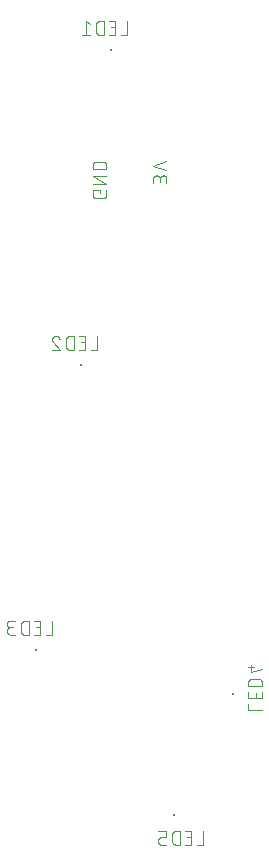
<source format=gbr>
G04 EAGLE Gerber RS-274X export*
G75*
%MOMM*%
%FSLAX34Y34*%
%LPD*%
%INSilkscreen Bottom*%
%IPPOS*%
%AMOC8*
5,1,8,0,0,1.08239X$1,22.5*%
G01*
%ADD10C,0.101600*%
%ADD11R,0.200000X0.200000*%


D10*
X516508Y725808D02*
X516508Y729054D01*
X516510Y729167D01*
X516516Y729280D01*
X516526Y729393D01*
X516540Y729506D01*
X516557Y729618D01*
X516579Y729729D01*
X516604Y729839D01*
X516634Y729949D01*
X516667Y730057D01*
X516704Y730164D01*
X516744Y730270D01*
X516789Y730374D01*
X516837Y730477D01*
X516888Y730578D01*
X516943Y730677D01*
X517001Y730774D01*
X517063Y730869D01*
X517128Y730962D01*
X517196Y731052D01*
X517267Y731140D01*
X517342Y731226D01*
X517419Y731309D01*
X517499Y731389D01*
X517582Y731466D01*
X517668Y731541D01*
X517756Y731612D01*
X517846Y731680D01*
X517939Y731745D01*
X518034Y731807D01*
X518131Y731865D01*
X518230Y731920D01*
X518331Y731971D01*
X518434Y732019D01*
X518538Y732064D01*
X518644Y732104D01*
X518751Y732141D01*
X518859Y732174D01*
X518969Y732204D01*
X519079Y732229D01*
X519190Y732251D01*
X519302Y732268D01*
X519415Y732282D01*
X519528Y732292D01*
X519641Y732298D01*
X519754Y732300D01*
X519867Y732298D01*
X519980Y732292D01*
X520093Y732282D01*
X520206Y732268D01*
X520318Y732251D01*
X520429Y732229D01*
X520539Y732204D01*
X520649Y732174D01*
X520757Y732141D01*
X520864Y732104D01*
X520970Y732064D01*
X521074Y732019D01*
X521177Y731971D01*
X521278Y731920D01*
X521377Y731865D01*
X521474Y731807D01*
X521569Y731745D01*
X521662Y731680D01*
X521752Y731612D01*
X521840Y731541D01*
X521926Y731466D01*
X522009Y731389D01*
X522089Y731309D01*
X522166Y731226D01*
X522241Y731140D01*
X522312Y731052D01*
X522380Y730962D01*
X522445Y730869D01*
X522507Y730774D01*
X522565Y730677D01*
X522620Y730578D01*
X522671Y730477D01*
X522719Y730374D01*
X522764Y730270D01*
X522804Y730164D01*
X522841Y730057D01*
X522874Y729949D01*
X522904Y729839D01*
X522929Y729729D01*
X522951Y729618D01*
X522968Y729506D01*
X522982Y729393D01*
X522992Y729280D01*
X522998Y729167D01*
X523000Y729054D01*
X528192Y729703D02*
X528192Y725808D01*
X528192Y729703D02*
X528190Y729804D01*
X528184Y729904D01*
X528174Y730004D01*
X528161Y730104D01*
X528143Y730203D01*
X528122Y730302D01*
X528097Y730399D01*
X528068Y730496D01*
X528035Y730591D01*
X527999Y730685D01*
X527959Y730777D01*
X527916Y730868D01*
X527869Y730957D01*
X527819Y731044D01*
X527765Y731130D01*
X527708Y731213D01*
X527648Y731293D01*
X527585Y731372D01*
X527518Y731448D01*
X527449Y731521D01*
X527377Y731591D01*
X527303Y731659D01*
X527226Y731724D01*
X527146Y731785D01*
X527064Y731844D01*
X526980Y731899D01*
X526894Y731951D01*
X526806Y732000D01*
X526716Y732045D01*
X526624Y732087D01*
X526531Y732125D01*
X526436Y732159D01*
X526341Y732190D01*
X526244Y732217D01*
X526146Y732240D01*
X526047Y732260D01*
X525947Y732275D01*
X525847Y732287D01*
X525747Y732295D01*
X525646Y732299D01*
X525546Y732299D01*
X525445Y732295D01*
X525345Y732287D01*
X525245Y732275D01*
X525145Y732260D01*
X525046Y732240D01*
X524948Y732217D01*
X524851Y732190D01*
X524756Y732159D01*
X524661Y732125D01*
X524568Y732087D01*
X524476Y732045D01*
X524386Y732000D01*
X524298Y731951D01*
X524212Y731899D01*
X524128Y731844D01*
X524046Y731785D01*
X523966Y731724D01*
X523889Y731659D01*
X523815Y731591D01*
X523743Y731521D01*
X523674Y731448D01*
X523607Y731372D01*
X523544Y731293D01*
X523484Y731213D01*
X523427Y731130D01*
X523373Y731044D01*
X523323Y730957D01*
X523276Y730868D01*
X523233Y730777D01*
X523193Y730685D01*
X523157Y730591D01*
X523124Y730496D01*
X523095Y730399D01*
X523070Y730302D01*
X523049Y730203D01*
X523031Y730104D01*
X523018Y730004D01*
X523008Y729904D01*
X523002Y729804D01*
X523000Y729703D01*
X522999Y729703D02*
X522999Y727106D01*
X528192Y736589D02*
X516508Y740484D01*
X528192Y744378D01*
X472199Y719599D02*
X472199Y717652D01*
X472199Y719599D02*
X465708Y719599D01*
X465708Y715704D01*
X465710Y715605D01*
X465716Y715505D01*
X465725Y715406D01*
X465738Y715308D01*
X465755Y715210D01*
X465776Y715112D01*
X465801Y715016D01*
X465829Y714921D01*
X465861Y714827D01*
X465896Y714734D01*
X465935Y714642D01*
X465978Y714552D01*
X466023Y714464D01*
X466073Y714377D01*
X466125Y714293D01*
X466181Y714210D01*
X466239Y714130D01*
X466301Y714052D01*
X466366Y713977D01*
X466434Y713904D01*
X466504Y713834D01*
X466577Y713766D01*
X466652Y713701D01*
X466730Y713639D01*
X466810Y713581D01*
X466893Y713525D01*
X466977Y713473D01*
X467064Y713423D01*
X467152Y713378D01*
X467242Y713335D01*
X467334Y713296D01*
X467427Y713261D01*
X467521Y713229D01*
X467616Y713201D01*
X467712Y713176D01*
X467810Y713155D01*
X467908Y713138D01*
X468006Y713125D01*
X468105Y713116D01*
X468205Y713110D01*
X468304Y713108D01*
X474796Y713108D01*
X474895Y713110D01*
X474995Y713116D01*
X475094Y713125D01*
X475192Y713138D01*
X475290Y713155D01*
X475388Y713176D01*
X475484Y713201D01*
X475579Y713229D01*
X475673Y713261D01*
X475766Y713296D01*
X475858Y713335D01*
X475948Y713378D01*
X476036Y713423D01*
X476123Y713473D01*
X476207Y713525D01*
X476290Y713581D01*
X476370Y713639D01*
X476448Y713701D01*
X476523Y713766D01*
X476596Y713834D01*
X476666Y713904D01*
X476734Y713977D01*
X476799Y714052D01*
X476861Y714130D01*
X476919Y714210D01*
X476975Y714293D01*
X477027Y714377D01*
X477077Y714464D01*
X477122Y714552D01*
X477165Y714642D01*
X477204Y714734D01*
X477239Y714826D01*
X477271Y714921D01*
X477299Y715016D01*
X477324Y715112D01*
X477345Y715210D01*
X477362Y715308D01*
X477375Y715406D01*
X477384Y715505D01*
X477390Y715605D01*
X477392Y715704D01*
X477392Y719599D01*
X477392Y725300D02*
X465708Y725300D01*
X465708Y731791D02*
X477392Y725300D01*
X477392Y731791D02*
X465708Y731791D01*
X465708Y737492D02*
X477392Y737492D01*
X477392Y740737D01*
X477390Y740850D01*
X477384Y740963D01*
X477374Y741076D01*
X477360Y741189D01*
X477343Y741301D01*
X477321Y741412D01*
X477296Y741522D01*
X477266Y741632D01*
X477233Y741740D01*
X477196Y741847D01*
X477156Y741953D01*
X477111Y742057D01*
X477063Y742160D01*
X477012Y742261D01*
X476957Y742360D01*
X476899Y742457D01*
X476837Y742552D01*
X476772Y742645D01*
X476704Y742735D01*
X476633Y742823D01*
X476558Y742909D01*
X476481Y742992D01*
X476401Y743072D01*
X476318Y743149D01*
X476232Y743224D01*
X476144Y743295D01*
X476054Y743363D01*
X475961Y743428D01*
X475866Y743490D01*
X475769Y743548D01*
X475670Y743603D01*
X475569Y743654D01*
X475466Y743702D01*
X475362Y743747D01*
X475256Y743787D01*
X475149Y743824D01*
X475041Y743857D01*
X474931Y743887D01*
X474821Y743912D01*
X474710Y743934D01*
X474598Y743951D01*
X474485Y743965D01*
X474372Y743975D01*
X474259Y743981D01*
X474146Y743983D01*
X468954Y743983D01*
X468841Y743981D01*
X468728Y743975D01*
X468615Y743965D01*
X468502Y743951D01*
X468390Y743934D01*
X468279Y743912D01*
X468169Y743887D01*
X468059Y743857D01*
X467951Y743824D01*
X467844Y743787D01*
X467738Y743747D01*
X467634Y743702D01*
X467531Y743654D01*
X467430Y743603D01*
X467331Y743548D01*
X467234Y743490D01*
X467139Y743428D01*
X467046Y743363D01*
X466956Y743295D01*
X466868Y743224D01*
X466782Y743149D01*
X466699Y743072D01*
X466619Y742992D01*
X466542Y742909D01*
X466467Y742823D01*
X466396Y742735D01*
X466328Y742645D01*
X466263Y742552D01*
X466201Y742457D01*
X466143Y742360D01*
X466088Y742261D01*
X466037Y742160D01*
X465989Y742057D01*
X465944Y741953D01*
X465904Y741847D01*
X465867Y741740D01*
X465834Y741632D01*
X465804Y741522D01*
X465779Y741412D01*
X465757Y741301D01*
X465740Y741189D01*
X465726Y741076D01*
X465716Y740963D01*
X465710Y740850D01*
X465708Y740737D01*
X465708Y737492D01*
D11*
X481600Y838200D03*
D10*
X494792Y851408D02*
X494792Y863092D01*
X494792Y851408D02*
X489599Y851408D01*
X484886Y851408D02*
X479693Y851408D01*
X484886Y851408D02*
X484886Y863092D01*
X479693Y863092D01*
X480991Y857899D02*
X484886Y857899D01*
X475003Y863092D02*
X475003Y851408D01*
X475003Y863092D02*
X471757Y863092D01*
X471644Y863090D01*
X471531Y863084D01*
X471418Y863074D01*
X471305Y863060D01*
X471193Y863043D01*
X471082Y863021D01*
X470972Y862996D01*
X470862Y862966D01*
X470754Y862933D01*
X470647Y862896D01*
X470541Y862856D01*
X470437Y862811D01*
X470334Y862763D01*
X470233Y862712D01*
X470134Y862657D01*
X470037Y862599D01*
X469942Y862537D01*
X469849Y862472D01*
X469759Y862404D01*
X469671Y862333D01*
X469585Y862258D01*
X469502Y862181D01*
X469422Y862101D01*
X469345Y862018D01*
X469270Y861932D01*
X469199Y861844D01*
X469131Y861754D01*
X469066Y861661D01*
X469004Y861566D01*
X468946Y861469D01*
X468891Y861370D01*
X468840Y861269D01*
X468792Y861166D01*
X468747Y861062D01*
X468707Y860956D01*
X468670Y860849D01*
X468637Y860741D01*
X468607Y860631D01*
X468582Y860521D01*
X468560Y860410D01*
X468543Y860298D01*
X468529Y860185D01*
X468519Y860072D01*
X468513Y859959D01*
X468511Y859846D01*
X468512Y859846D02*
X468512Y854654D01*
X468511Y854654D02*
X468513Y854541D01*
X468519Y854428D01*
X468529Y854315D01*
X468543Y854202D01*
X468560Y854090D01*
X468582Y853979D01*
X468607Y853869D01*
X468637Y853759D01*
X468670Y853651D01*
X468707Y853544D01*
X468747Y853438D01*
X468792Y853334D01*
X468840Y853231D01*
X468891Y853130D01*
X468946Y853031D01*
X469004Y852934D01*
X469066Y852839D01*
X469131Y852746D01*
X469199Y852656D01*
X469270Y852568D01*
X469345Y852482D01*
X469422Y852399D01*
X469502Y852319D01*
X469585Y852242D01*
X469671Y852167D01*
X469759Y852096D01*
X469849Y852028D01*
X469942Y851963D01*
X470037Y851901D01*
X470134Y851843D01*
X470233Y851788D01*
X470334Y851737D01*
X470437Y851689D01*
X470541Y851644D01*
X470647Y851604D01*
X470754Y851567D01*
X470862Y851534D01*
X470972Y851504D01*
X471082Y851479D01*
X471193Y851457D01*
X471305Y851440D01*
X471418Y851426D01*
X471531Y851416D01*
X471644Y851410D01*
X471757Y851408D01*
X475003Y851408D01*
X463192Y860496D02*
X459946Y863092D01*
X459946Y851408D01*
X456701Y851408D02*
X463192Y851408D01*
D11*
X456200Y571500D03*
D10*
X469392Y584708D02*
X469392Y596392D01*
X469392Y584708D02*
X464199Y584708D01*
X459486Y584708D02*
X454293Y584708D01*
X459486Y584708D02*
X459486Y596392D01*
X454293Y596392D01*
X455591Y591199D02*
X459486Y591199D01*
X449603Y596392D02*
X449603Y584708D01*
X449603Y596392D02*
X446357Y596392D01*
X446244Y596390D01*
X446131Y596384D01*
X446018Y596374D01*
X445905Y596360D01*
X445793Y596343D01*
X445682Y596321D01*
X445572Y596296D01*
X445462Y596266D01*
X445354Y596233D01*
X445247Y596196D01*
X445141Y596156D01*
X445037Y596111D01*
X444934Y596063D01*
X444833Y596012D01*
X444734Y595957D01*
X444637Y595899D01*
X444542Y595837D01*
X444449Y595772D01*
X444359Y595704D01*
X444271Y595633D01*
X444185Y595558D01*
X444102Y595481D01*
X444022Y595401D01*
X443945Y595318D01*
X443870Y595232D01*
X443799Y595144D01*
X443731Y595054D01*
X443666Y594961D01*
X443604Y594866D01*
X443546Y594769D01*
X443491Y594670D01*
X443440Y594569D01*
X443392Y594466D01*
X443347Y594362D01*
X443307Y594256D01*
X443270Y594149D01*
X443237Y594041D01*
X443207Y593931D01*
X443182Y593821D01*
X443160Y593710D01*
X443143Y593598D01*
X443129Y593485D01*
X443119Y593372D01*
X443113Y593259D01*
X443111Y593146D01*
X443112Y593146D02*
X443112Y587954D01*
X443111Y587954D02*
X443113Y587841D01*
X443119Y587728D01*
X443129Y587615D01*
X443143Y587502D01*
X443160Y587390D01*
X443182Y587279D01*
X443207Y587169D01*
X443237Y587059D01*
X443270Y586951D01*
X443307Y586844D01*
X443347Y586738D01*
X443392Y586634D01*
X443440Y586531D01*
X443491Y586430D01*
X443546Y586331D01*
X443604Y586234D01*
X443666Y586139D01*
X443731Y586046D01*
X443799Y585956D01*
X443870Y585868D01*
X443945Y585782D01*
X444022Y585699D01*
X444102Y585619D01*
X444185Y585542D01*
X444271Y585467D01*
X444359Y585396D01*
X444449Y585328D01*
X444542Y585263D01*
X444637Y585201D01*
X444734Y585143D01*
X444833Y585088D01*
X444934Y585037D01*
X445037Y584989D01*
X445141Y584944D01*
X445247Y584904D01*
X445354Y584867D01*
X445462Y584834D01*
X445572Y584804D01*
X445682Y584779D01*
X445793Y584757D01*
X445905Y584740D01*
X446018Y584726D01*
X446131Y584716D01*
X446244Y584710D01*
X446357Y584708D01*
X449603Y584708D01*
X434222Y596392D02*
X434115Y596390D01*
X434009Y596384D01*
X433903Y596374D01*
X433797Y596361D01*
X433691Y596343D01*
X433587Y596322D01*
X433483Y596297D01*
X433380Y596268D01*
X433279Y596236D01*
X433179Y596199D01*
X433080Y596159D01*
X432982Y596116D01*
X432886Y596069D01*
X432792Y596018D01*
X432700Y595964D01*
X432610Y595907D01*
X432522Y595847D01*
X432437Y595783D01*
X432354Y595716D01*
X432273Y595646D01*
X432195Y595574D01*
X432119Y595498D01*
X432047Y595420D01*
X431977Y595339D01*
X431910Y595256D01*
X431846Y595171D01*
X431786Y595083D01*
X431729Y594993D01*
X431675Y594901D01*
X431624Y594807D01*
X431577Y594711D01*
X431534Y594613D01*
X431494Y594514D01*
X431457Y594414D01*
X431425Y594313D01*
X431396Y594210D01*
X431371Y594106D01*
X431350Y594002D01*
X431332Y593896D01*
X431319Y593790D01*
X431309Y593684D01*
X431303Y593578D01*
X431301Y593471D01*
X434222Y596392D02*
X434343Y596390D01*
X434464Y596384D01*
X434584Y596374D01*
X434705Y596361D01*
X434824Y596343D01*
X434944Y596322D01*
X435062Y596297D01*
X435179Y596268D01*
X435296Y596235D01*
X435411Y596199D01*
X435525Y596158D01*
X435638Y596115D01*
X435750Y596067D01*
X435859Y596016D01*
X435967Y595961D01*
X436074Y595903D01*
X436178Y595842D01*
X436280Y595777D01*
X436380Y595709D01*
X436478Y595638D01*
X436574Y595564D01*
X436667Y595487D01*
X436757Y595406D01*
X436845Y595323D01*
X436930Y595237D01*
X437013Y595148D01*
X437092Y595057D01*
X437169Y594963D01*
X437242Y594867D01*
X437312Y594769D01*
X437379Y594668D01*
X437443Y594565D01*
X437504Y594460D01*
X437561Y594353D01*
X437614Y594245D01*
X437664Y594135D01*
X437710Y594023D01*
X437753Y593910D01*
X437792Y593795D01*
X432275Y591199D02*
X432196Y591277D01*
X432120Y591357D01*
X432047Y591440D01*
X431977Y591526D01*
X431910Y591613D01*
X431846Y591704D01*
X431786Y591796D01*
X431728Y591890D01*
X431674Y591987D01*
X431624Y592085D01*
X431577Y592185D01*
X431533Y592286D01*
X431493Y592389D01*
X431457Y592494D01*
X431425Y592599D01*
X431396Y592706D01*
X431371Y592813D01*
X431349Y592922D01*
X431332Y593031D01*
X431318Y593140D01*
X431309Y593250D01*
X431303Y593361D01*
X431301Y593471D01*
X432274Y591199D02*
X437792Y584708D01*
X431301Y584708D01*
D11*
X418100Y330200D03*
D10*
X431292Y343408D02*
X431292Y355092D01*
X431292Y343408D02*
X426099Y343408D01*
X421386Y343408D02*
X416193Y343408D01*
X421386Y343408D02*
X421386Y355092D01*
X416193Y355092D01*
X417491Y349899D02*
X421386Y349899D01*
X411503Y355092D02*
X411503Y343408D01*
X411503Y355092D02*
X408257Y355092D01*
X408144Y355090D01*
X408031Y355084D01*
X407918Y355074D01*
X407805Y355060D01*
X407693Y355043D01*
X407582Y355021D01*
X407472Y354996D01*
X407362Y354966D01*
X407254Y354933D01*
X407147Y354896D01*
X407041Y354856D01*
X406937Y354811D01*
X406834Y354763D01*
X406733Y354712D01*
X406634Y354657D01*
X406537Y354599D01*
X406442Y354537D01*
X406349Y354472D01*
X406259Y354404D01*
X406171Y354333D01*
X406085Y354258D01*
X406002Y354181D01*
X405922Y354101D01*
X405845Y354018D01*
X405770Y353932D01*
X405699Y353844D01*
X405631Y353754D01*
X405566Y353661D01*
X405504Y353566D01*
X405446Y353469D01*
X405391Y353370D01*
X405340Y353269D01*
X405292Y353166D01*
X405247Y353062D01*
X405207Y352956D01*
X405170Y352849D01*
X405137Y352741D01*
X405107Y352631D01*
X405082Y352521D01*
X405060Y352410D01*
X405043Y352298D01*
X405029Y352185D01*
X405019Y352072D01*
X405013Y351959D01*
X405011Y351846D01*
X405012Y351846D02*
X405012Y346654D01*
X405011Y346654D02*
X405013Y346541D01*
X405019Y346428D01*
X405029Y346315D01*
X405043Y346202D01*
X405060Y346090D01*
X405082Y345979D01*
X405107Y345869D01*
X405137Y345759D01*
X405170Y345651D01*
X405207Y345544D01*
X405247Y345438D01*
X405292Y345334D01*
X405340Y345231D01*
X405391Y345130D01*
X405446Y345031D01*
X405504Y344934D01*
X405566Y344839D01*
X405631Y344746D01*
X405699Y344656D01*
X405770Y344568D01*
X405845Y344482D01*
X405922Y344399D01*
X406002Y344319D01*
X406085Y344242D01*
X406171Y344167D01*
X406259Y344096D01*
X406349Y344028D01*
X406442Y343963D01*
X406537Y343901D01*
X406634Y343843D01*
X406733Y343788D01*
X406834Y343737D01*
X406937Y343689D01*
X407041Y343644D01*
X407147Y343604D01*
X407254Y343567D01*
X407362Y343534D01*
X407472Y343504D01*
X407582Y343479D01*
X407693Y343457D01*
X407805Y343440D01*
X407918Y343426D01*
X408031Y343416D01*
X408144Y343410D01*
X408257Y343408D01*
X411503Y343408D01*
X399692Y343408D02*
X396446Y343408D01*
X396333Y343410D01*
X396220Y343416D01*
X396107Y343426D01*
X395994Y343440D01*
X395882Y343457D01*
X395771Y343479D01*
X395661Y343504D01*
X395551Y343534D01*
X395443Y343567D01*
X395336Y343604D01*
X395230Y343644D01*
X395126Y343689D01*
X395023Y343737D01*
X394922Y343788D01*
X394823Y343843D01*
X394726Y343901D01*
X394631Y343963D01*
X394538Y344028D01*
X394448Y344096D01*
X394360Y344167D01*
X394274Y344242D01*
X394191Y344319D01*
X394111Y344399D01*
X394034Y344482D01*
X393959Y344568D01*
X393888Y344656D01*
X393820Y344746D01*
X393755Y344839D01*
X393693Y344934D01*
X393635Y345031D01*
X393580Y345130D01*
X393529Y345231D01*
X393481Y345334D01*
X393436Y345438D01*
X393396Y345544D01*
X393359Y345651D01*
X393326Y345759D01*
X393296Y345869D01*
X393271Y345979D01*
X393249Y346090D01*
X393232Y346202D01*
X393218Y346315D01*
X393208Y346428D01*
X393202Y346541D01*
X393200Y346654D01*
X393202Y346767D01*
X393208Y346880D01*
X393218Y346993D01*
X393232Y347106D01*
X393249Y347218D01*
X393271Y347329D01*
X393296Y347439D01*
X393326Y347549D01*
X393359Y347657D01*
X393396Y347764D01*
X393436Y347870D01*
X393481Y347974D01*
X393529Y348077D01*
X393580Y348178D01*
X393635Y348277D01*
X393693Y348374D01*
X393755Y348469D01*
X393820Y348562D01*
X393888Y348652D01*
X393959Y348740D01*
X394034Y348826D01*
X394111Y348909D01*
X394191Y348989D01*
X394274Y349066D01*
X394360Y349141D01*
X394448Y349212D01*
X394538Y349280D01*
X394631Y349345D01*
X394726Y349407D01*
X394823Y349465D01*
X394922Y349520D01*
X395023Y349571D01*
X395126Y349619D01*
X395230Y349664D01*
X395336Y349704D01*
X395443Y349741D01*
X395551Y349774D01*
X395661Y349804D01*
X395771Y349829D01*
X395882Y349851D01*
X395994Y349868D01*
X396107Y349882D01*
X396220Y349892D01*
X396333Y349898D01*
X396446Y349900D01*
X395797Y355092D02*
X399692Y355092D01*
X395797Y355092D02*
X395696Y355090D01*
X395596Y355084D01*
X395496Y355074D01*
X395396Y355061D01*
X395297Y355043D01*
X395198Y355022D01*
X395101Y354997D01*
X395004Y354968D01*
X394909Y354935D01*
X394815Y354899D01*
X394723Y354859D01*
X394632Y354816D01*
X394543Y354769D01*
X394456Y354719D01*
X394370Y354665D01*
X394287Y354608D01*
X394207Y354548D01*
X394128Y354485D01*
X394052Y354418D01*
X393979Y354349D01*
X393909Y354277D01*
X393841Y354203D01*
X393776Y354126D01*
X393715Y354046D01*
X393656Y353964D01*
X393601Y353880D01*
X393549Y353794D01*
X393500Y353706D01*
X393455Y353616D01*
X393413Y353524D01*
X393375Y353431D01*
X393341Y353336D01*
X393310Y353241D01*
X393283Y353144D01*
X393260Y353046D01*
X393240Y352947D01*
X393225Y352847D01*
X393213Y352747D01*
X393205Y352647D01*
X393201Y352546D01*
X393201Y352446D01*
X393205Y352345D01*
X393213Y352245D01*
X393225Y352145D01*
X393240Y352045D01*
X393260Y351946D01*
X393283Y351848D01*
X393310Y351751D01*
X393341Y351656D01*
X393375Y351561D01*
X393413Y351468D01*
X393455Y351376D01*
X393500Y351286D01*
X393549Y351198D01*
X393601Y351112D01*
X393656Y351028D01*
X393715Y350946D01*
X393776Y350866D01*
X393841Y350789D01*
X393909Y350715D01*
X393979Y350643D01*
X394052Y350574D01*
X394128Y350507D01*
X394207Y350444D01*
X394287Y350384D01*
X394370Y350327D01*
X394456Y350273D01*
X394543Y350223D01*
X394632Y350176D01*
X394723Y350133D01*
X394815Y350093D01*
X394909Y350057D01*
X395004Y350024D01*
X395101Y349995D01*
X395198Y349970D01*
X395297Y349949D01*
X395396Y349931D01*
X395496Y349918D01*
X395596Y349908D01*
X395696Y349902D01*
X395797Y349900D01*
X395797Y349899D02*
X398393Y349899D01*
D11*
X584200Y293100D03*
D10*
X597408Y279908D02*
X609092Y279908D01*
X597408Y279908D02*
X597408Y285101D01*
X597408Y289814D02*
X597408Y295007D01*
X597408Y289814D02*
X609092Y289814D01*
X609092Y295007D01*
X603899Y293709D02*
X603899Y289814D01*
X609092Y299697D02*
X597408Y299697D01*
X609092Y299697D02*
X609092Y302943D01*
X609090Y303056D01*
X609084Y303169D01*
X609074Y303282D01*
X609060Y303395D01*
X609043Y303507D01*
X609021Y303618D01*
X608996Y303728D01*
X608966Y303838D01*
X608933Y303946D01*
X608896Y304053D01*
X608856Y304159D01*
X608811Y304263D01*
X608763Y304366D01*
X608712Y304467D01*
X608657Y304566D01*
X608599Y304663D01*
X608537Y304758D01*
X608472Y304851D01*
X608404Y304941D01*
X608333Y305029D01*
X608258Y305115D01*
X608181Y305198D01*
X608101Y305278D01*
X608018Y305355D01*
X607932Y305430D01*
X607844Y305501D01*
X607754Y305569D01*
X607661Y305634D01*
X607566Y305696D01*
X607469Y305754D01*
X607370Y305809D01*
X607269Y305860D01*
X607166Y305908D01*
X607062Y305953D01*
X606956Y305993D01*
X606849Y306030D01*
X606741Y306063D01*
X606631Y306093D01*
X606521Y306118D01*
X606410Y306140D01*
X606298Y306157D01*
X606185Y306171D01*
X606072Y306181D01*
X605959Y306187D01*
X605846Y306189D01*
X600654Y306189D01*
X600541Y306187D01*
X600428Y306181D01*
X600315Y306171D01*
X600202Y306157D01*
X600090Y306140D01*
X599979Y306118D01*
X599869Y306093D01*
X599759Y306063D01*
X599651Y306030D01*
X599544Y305993D01*
X599438Y305953D01*
X599334Y305908D01*
X599231Y305860D01*
X599130Y305809D01*
X599031Y305754D01*
X598934Y305696D01*
X598839Y305634D01*
X598746Y305569D01*
X598656Y305501D01*
X598568Y305430D01*
X598482Y305355D01*
X598399Y305278D01*
X598319Y305198D01*
X598242Y305115D01*
X598167Y305029D01*
X598096Y304941D01*
X598028Y304851D01*
X597963Y304758D01*
X597901Y304663D01*
X597843Y304566D01*
X597788Y304467D01*
X597737Y304366D01*
X597689Y304263D01*
X597644Y304159D01*
X597604Y304053D01*
X597567Y303946D01*
X597534Y303838D01*
X597504Y303728D01*
X597479Y303618D01*
X597457Y303507D01*
X597440Y303395D01*
X597426Y303282D01*
X597416Y303169D01*
X597410Y303056D01*
X597408Y302943D01*
X597408Y299697D01*
X600004Y311508D02*
X609092Y314105D01*
X600004Y311508D02*
X600004Y317999D01*
X602601Y316052D02*
X597408Y316052D01*
D11*
X534400Y190500D03*
D10*
X559299Y177292D02*
X559299Y165608D01*
X554107Y165608D01*
X549393Y165608D02*
X544201Y165608D01*
X549393Y165608D02*
X549393Y177292D01*
X544201Y177292D01*
X545499Y172099D02*
X549393Y172099D01*
X539510Y177292D02*
X539510Y165608D01*
X539510Y177292D02*
X536265Y177292D01*
X536152Y177290D01*
X536039Y177284D01*
X535926Y177274D01*
X535813Y177260D01*
X535701Y177243D01*
X535590Y177221D01*
X535480Y177196D01*
X535370Y177166D01*
X535262Y177133D01*
X535155Y177096D01*
X535049Y177056D01*
X534945Y177011D01*
X534842Y176963D01*
X534741Y176912D01*
X534642Y176857D01*
X534545Y176799D01*
X534450Y176737D01*
X534357Y176672D01*
X534267Y176604D01*
X534179Y176533D01*
X534093Y176458D01*
X534010Y176381D01*
X533930Y176301D01*
X533853Y176218D01*
X533778Y176132D01*
X533707Y176044D01*
X533639Y175954D01*
X533574Y175861D01*
X533512Y175766D01*
X533454Y175669D01*
X533399Y175570D01*
X533348Y175469D01*
X533300Y175366D01*
X533255Y175262D01*
X533215Y175156D01*
X533178Y175049D01*
X533145Y174941D01*
X533115Y174831D01*
X533090Y174721D01*
X533068Y174610D01*
X533051Y174498D01*
X533037Y174385D01*
X533027Y174272D01*
X533021Y174159D01*
X533019Y174046D01*
X533019Y168854D01*
X533021Y168741D01*
X533027Y168628D01*
X533037Y168515D01*
X533051Y168402D01*
X533068Y168290D01*
X533090Y168179D01*
X533115Y168069D01*
X533145Y167959D01*
X533178Y167851D01*
X533215Y167744D01*
X533255Y167638D01*
X533300Y167534D01*
X533348Y167431D01*
X533399Y167330D01*
X533454Y167231D01*
X533512Y167134D01*
X533574Y167039D01*
X533639Y166946D01*
X533707Y166856D01*
X533778Y166768D01*
X533853Y166682D01*
X533930Y166599D01*
X534010Y166519D01*
X534093Y166442D01*
X534179Y166367D01*
X534267Y166296D01*
X534357Y166228D01*
X534450Y166163D01*
X534545Y166101D01*
X534642Y166043D01*
X534741Y165988D01*
X534842Y165937D01*
X534945Y165889D01*
X535049Y165844D01*
X535155Y165804D01*
X535262Y165767D01*
X535370Y165734D01*
X535480Y165704D01*
X535590Y165679D01*
X535701Y165657D01*
X535813Y165640D01*
X535926Y165626D01*
X536039Y165616D01*
X536152Y165610D01*
X536265Y165608D01*
X539510Y165608D01*
X527699Y165608D02*
X523804Y165608D01*
X523705Y165610D01*
X523605Y165616D01*
X523506Y165625D01*
X523408Y165638D01*
X523310Y165655D01*
X523212Y165676D01*
X523116Y165701D01*
X523021Y165729D01*
X522927Y165761D01*
X522834Y165796D01*
X522742Y165835D01*
X522652Y165878D01*
X522564Y165923D01*
X522477Y165973D01*
X522393Y166025D01*
X522310Y166081D01*
X522230Y166139D01*
X522152Y166201D01*
X522077Y166266D01*
X522004Y166334D01*
X521934Y166404D01*
X521866Y166477D01*
X521801Y166552D01*
X521739Y166630D01*
X521681Y166710D01*
X521625Y166793D01*
X521573Y166877D01*
X521523Y166964D01*
X521478Y167052D01*
X521435Y167142D01*
X521396Y167234D01*
X521361Y167327D01*
X521329Y167421D01*
X521301Y167516D01*
X521276Y167612D01*
X521255Y167710D01*
X521238Y167808D01*
X521225Y167906D01*
X521216Y168005D01*
X521210Y168105D01*
X521208Y168204D01*
X521208Y169503D01*
X521210Y169602D01*
X521216Y169702D01*
X521225Y169801D01*
X521238Y169899D01*
X521255Y169997D01*
X521276Y170095D01*
X521301Y170191D01*
X521329Y170286D01*
X521361Y170380D01*
X521396Y170473D01*
X521435Y170565D01*
X521478Y170655D01*
X521523Y170743D01*
X521573Y170830D01*
X521625Y170914D01*
X521681Y170997D01*
X521739Y171077D01*
X521801Y171155D01*
X521866Y171230D01*
X521934Y171303D01*
X522004Y171373D01*
X522077Y171441D01*
X522152Y171506D01*
X522230Y171568D01*
X522310Y171626D01*
X522393Y171682D01*
X522477Y171734D01*
X522564Y171784D01*
X522652Y171829D01*
X522742Y171872D01*
X522834Y171911D01*
X522927Y171946D01*
X523021Y171978D01*
X523116Y172006D01*
X523212Y172031D01*
X523310Y172052D01*
X523408Y172069D01*
X523506Y172082D01*
X523605Y172091D01*
X523705Y172097D01*
X523804Y172099D01*
X527699Y172099D01*
X527699Y177292D01*
X521208Y177292D01*
M02*

</source>
